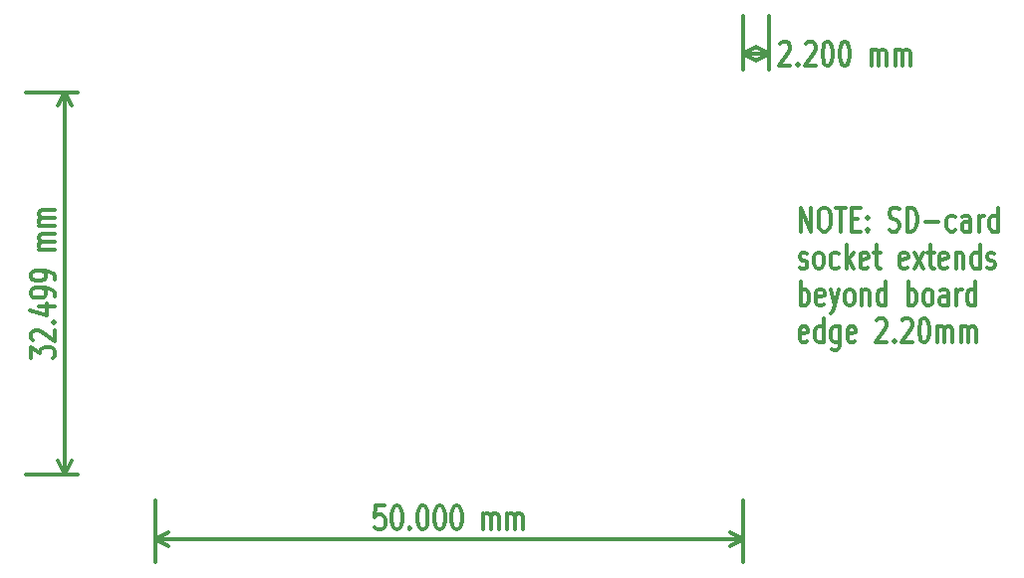
<source format=gbr>
G04 (created by PCBNEW-RS274X (2011-11-27 BZR 3249)-stable) date 15/08/2012 9:50:50 p.m.*
G01*
G70*
G90*
%MOIN*%
G04 Gerber Fmt 3.4, Leading zero omitted, Abs format*
%FSLAX34Y34*%
G04 APERTURE LIST*
%ADD10C,0.006000*%
%ADD11C,0.012000*%
G04 APERTURE END LIST*
G54D10*
G54D11*
X40596Y-18065D02*
X40625Y-18027D01*
X40682Y-17989D01*
X40825Y-17989D01*
X40882Y-18027D01*
X40911Y-18065D01*
X40939Y-18141D01*
X40939Y-18217D01*
X40911Y-18332D01*
X40568Y-18789D01*
X40939Y-18789D01*
X41196Y-18713D02*
X41224Y-18751D01*
X41196Y-18789D01*
X41167Y-18751D01*
X41196Y-18713D01*
X41196Y-18789D01*
X41453Y-18065D02*
X41482Y-18027D01*
X41539Y-17989D01*
X41682Y-17989D01*
X41739Y-18027D01*
X41768Y-18065D01*
X41796Y-18141D01*
X41796Y-18217D01*
X41768Y-18332D01*
X41425Y-18789D01*
X41796Y-18789D01*
X42167Y-17989D02*
X42224Y-17989D01*
X42281Y-18027D01*
X42310Y-18065D01*
X42339Y-18141D01*
X42367Y-18294D01*
X42367Y-18484D01*
X42339Y-18636D01*
X42310Y-18713D01*
X42281Y-18751D01*
X42224Y-18789D01*
X42167Y-18789D01*
X42110Y-18751D01*
X42081Y-18713D01*
X42053Y-18636D01*
X42024Y-18484D01*
X42024Y-18294D01*
X42053Y-18141D01*
X42081Y-18065D01*
X42110Y-18027D01*
X42167Y-17989D01*
X42738Y-17989D02*
X42795Y-17989D01*
X42852Y-18027D01*
X42881Y-18065D01*
X42910Y-18141D01*
X42938Y-18294D01*
X42938Y-18484D01*
X42910Y-18636D01*
X42881Y-18713D01*
X42852Y-18751D01*
X42795Y-18789D01*
X42738Y-18789D01*
X42681Y-18751D01*
X42652Y-18713D01*
X42624Y-18636D01*
X42595Y-18484D01*
X42595Y-18294D01*
X42624Y-18141D01*
X42652Y-18065D01*
X42681Y-18027D01*
X42738Y-17989D01*
X43652Y-18789D02*
X43652Y-18255D01*
X43652Y-18332D02*
X43680Y-18294D01*
X43738Y-18255D01*
X43823Y-18255D01*
X43880Y-18294D01*
X43909Y-18370D01*
X43909Y-18789D01*
X43909Y-18370D02*
X43938Y-18294D01*
X43995Y-18255D01*
X44080Y-18255D01*
X44138Y-18294D01*
X44166Y-18370D01*
X44166Y-18789D01*
X44452Y-18789D02*
X44452Y-18255D01*
X44452Y-18332D02*
X44480Y-18294D01*
X44538Y-18255D01*
X44623Y-18255D01*
X44680Y-18294D01*
X44709Y-18370D01*
X44709Y-18789D01*
X44709Y-18370D02*
X44738Y-18294D01*
X44795Y-18255D01*
X44880Y-18255D01*
X44938Y-18294D01*
X44966Y-18370D01*
X44966Y-18789D01*
X39370Y-18387D02*
X40236Y-18387D01*
X39370Y-18937D02*
X39370Y-17107D01*
X40236Y-18937D02*
X40236Y-17107D01*
X40236Y-18387D02*
X39793Y-18617D01*
X40236Y-18387D02*
X39793Y-18157D01*
X39370Y-18387D02*
X39813Y-18617D01*
X39370Y-18387D02*
X39813Y-18157D01*
X15538Y-28595D02*
X15538Y-28224D01*
X15843Y-28424D01*
X15843Y-28338D01*
X15881Y-28281D01*
X15919Y-28252D01*
X15995Y-28224D01*
X16185Y-28224D01*
X16262Y-28252D01*
X16300Y-28281D01*
X16338Y-28338D01*
X16338Y-28510D01*
X16300Y-28567D01*
X16262Y-28595D01*
X15614Y-27996D02*
X15576Y-27967D01*
X15538Y-27910D01*
X15538Y-27767D01*
X15576Y-27710D01*
X15614Y-27681D01*
X15690Y-27653D01*
X15766Y-27653D01*
X15881Y-27681D01*
X16338Y-28024D01*
X16338Y-27653D01*
X16262Y-27396D02*
X16300Y-27368D01*
X16338Y-27396D01*
X16300Y-27425D01*
X16262Y-27396D01*
X16338Y-27396D01*
X15804Y-26853D02*
X16338Y-26853D01*
X15500Y-26996D02*
X16071Y-27139D01*
X16071Y-26767D01*
X16338Y-26511D02*
X16338Y-26396D01*
X16300Y-26339D01*
X16262Y-26311D01*
X16147Y-26253D01*
X15995Y-26225D01*
X15690Y-26225D01*
X15614Y-26253D01*
X15576Y-26282D01*
X15538Y-26339D01*
X15538Y-26453D01*
X15576Y-26511D01*
X15614Y-26539D01*
X15690Y-26568D01*
X15881Y-26568D01*
X15957Y-26539D01*
X15995Y-26511D01*
X16033Y-26453D01*
X16033Y-26339D01*
X15995Y-26282D01*
X15957Y-26253D01*
X15881Y-26225D01*
X16338Y-25940D02*
X16338Y-25825D01*
X16300Y-25768D01*
X16262Y-25740D01*
X16147Y-25682D01*
X15995Y-25654D01*
X15690Y-25654D01*
X15614Y-25682D01*
X15576Y-25711D01*
X15538Y-25768D01*
X15538Y-25882D01*
X15576Y-25940D01*
X15614Y-25968D01*
X15690Y-25997D01*
X15881Y-25997D01*
X15957Y-25968D01*
X15995Y-25940D01*
X16033Y-25882D01*
X16033Y-25768D01*
X15995Y-25711D01*
X15957Y-25682D01*
X15881Y-25654D01*
X16338Y-24940D02*
X15804Y-24940D01*
X15881Y-24940D02*
X15843Y-24912D01*
X15804Y-24854D01*
X15804Y-24769D01*
X15843Y-24712D01*
X15919Y-24683D01*
X16338Y-24683D01*
X15919Y-24683D02*
X15843Y-24654D01*
X15804Y-24597D01*
X15804Y-24512D01*
X15843Y-24454D01*
X15919Y-24426D01*
X16338Y-24426D01*
X16338Y-24140D02*
X15804Y-24140D01*
X15881Y-24140D02*
X15843Y-24112D01*
X15804Y-24054D01*
X15804Y-23969D01*
X15843Y-23912D01*
X15919Y-23883D01*
X16338Y-23883D01*
X15919Y-23883D02*
X15843Y-23854D01*
X15804Y-23797D01*
X15804Y-23712D01*
X15843Y-23654D01*
X15919Y-23626D01*
X16338Y-23626D01*
X16654Y-32480D02*
X16654Y-19685D01*
X17087Y-32480D02*
X15374Y-32480D01*
X17087Y-19685D02*
X15374Y-19685D01*
X16654Y-19685D02*
X16884Y-20128D01*
X16654Y-19685D02*
X16424Y-20128D01*
X16654Y-32480D02*
X16884Y-32037D01*
X16654Y-32480D02*
X16424Y-32037D01*
X41285Y-24340D02*
X41285Y-23540D01*
X41628Y-24340D01*
X41628Y-23540D01*
X42028Y-23540D02*
X42142Y-23540D01*
X42200Y-23578D01*
X42257Y-23654D01*
X42285Y-23806D01*
X42285Y-24073D01*
X42257Y-24226D01*
X42200Y-24302D01*
X42142Y-24340D01*
X42028Y-24340D01*
X41971Y-24302D01*
X41914Y-24226D01*
X41885Y-24073D01*
X41885Y-23806D01*
X41914Y-23654D01*
X41971Y-23578D01*
X42028Y-23540D01*
X42457Y-23540D02*
X42800Y-23540D01*
X42629Y-24340D02*
X42629Y-23540D01*
X43000Y-23921D02*
X43200Y-23921D01*
X43286Y-24340D02*
X43000Y-24340D01*
X43000Y-23540D01*
X43286Y-23540D01*
X43543Y-24264D02*
X43571Y-24302D01*
X43543Y-24340D01*
X43514Y-24302D01*
X43543Y-24264D01*
X43543Y-24340D01*
X43543Y-23845D02*
X43571Y-23883D01*
X43543Y-23921D01*
X43514Y-23883D01*
X43543Y-23845D01*
X43543Y-23921D01*
X44257Y-24302D02*
X44343Y-24340D01*
X44486Y-24340D01*
X44543Y-24302D01*
X44572Y-24264D01*
X44600Y-24187D01*
X44600Y-24111D01*
X44572Y-24035D01*
X44543Y-23997D01*
X44486Y-23959D01*
X44372Y-23921D01*
X44314Y-23883D01*
X44286Y-23845D01*
X44257Y-23768D01*
X44257Y-23692D01*
X44286Y-23616D01*
X44314Y-23578D01*
X44372Y-23540D01*
X44514Y-23540D01*
X44600Y-23578D01*
X44857Y-24340D02*
X44857Y-23540D01*
X45000Y-23540D01*
X45085Y-23578D01*
X45143Y-23654D01*
X45171Y-23730D01*
X45200Y-23883D01*
X45200Y-23997D01*
X45171Y-24149D01*
X45143Y-24226D01*
X45085Y-24302D01*
X45000Y-24340D01*
X44857Y-24340D01*
X45457Y-24035D02*
X45914Y-24035D01*
X46457Y-24302D02*
X46400Y-24340D01*
X46286Y-24340D01*
X46228Y-24302D01*
X46200Y-24264D01*
X46171Y-24187D01*
X46171Y-23959D01*
X46200Y-23883D01*
X46228Y-23845D01*
X46286Y-23806D01*
X46400Y-23806D01*
X46457Y-23845D01*
X46971Y-24340D02*
X46971Y-23921D01*
X46942Y-23845D01*
X46885Y-23806D01*
X46771Y-23806D01*
X46714Y-23845D01*
X46971Y-24302D02*
X46914Y-24340D01*
X46771Y-24340D01*
X46714Y-24302D01*
X46685Y-24226D01*
X46685Y-24149D01*
X46714Y-24073D01*
X46771Y-24035D01*
X46914Y-24035D01*
X46971Y-23997D01*
X47257Y-24340D02*
X47257Y-23806D01*
X47257Y-23959D02*
X47285Y-23883D01*
X47314Y-23845D01*
X47371Y-23806D01*
X47428Y-23806D01*
X47885Y-24340D02*
X47885Y-23540D01*
X47885Y-24302D02*
X47828Y-24340D01*
X47714Y-24340D01*
X47656Y-24302D01*
X47628Y-24264D01*
X47599Y-24187D01*
X47599Y-23959D01*
X47628Y-23883D01*
X47656Y-23845D01*
X47714Y-23806D01*
X47828Y-23806D01*
X47885Y-23845D01*
X41256Y-25542D02*
X41313Y-25580D01*
X41428Y-25580D01*
X41485Y-25542D01*
X41513Y-25466D01*
X41513Y-25427D01*
X41485Y-25351D01*
X41428Y-25313D01*
X41342Y-25313D01*
X41285Y-25275D01*
X41256Y-25199D01*
X41256Y-25161D01*
X41285Y-25085D01*
X41342Y-25046D01*
X41428Y-25046D01*
X41485Y-25085D01*
X41857Y-25580D02*
X41799Y-25542D01*
X41771Y-25504D01*
X41742Y-25427D01*
X41742Y-25199D01*
X41771Y-25123D01*
X41799Y-25085D01*
X41857Y-25046D01*
X41942Y-25046D01*
X41999Y-25085D01*
X42028Y-25123D01*
X42057Y-25199D01*
X42057Y-25427D01*
X42028Y-25504D01*
X41999Y-25542D01*
X41942Y-25580D01*
X41857Y-25580D01*
X42571Y-25542D02*
X42514Y-25580D01*
X42400Y-25580D01*
X42342Y-25542D01*
X42314Y-25504D01*
X42285Y-25427D01*
X42285Y-25199D01*
X42314Y-25123D01*
X42342Y-25085D01*
X42400Y-25046D01*
X42514Y-25046D01*
X42571Y-25085D01*
X42828Y-25580D02*
X42828Y-24780D01*
X42885Y-25275D02*
X43056Y-25580D01*
X43056Y-25046D02*
X42828Y-25351D01*
X43542Y-25542D02*
X43485Y-25580D01*
X43371Y-25580D01*
X43314Y-25542D01*
X43285Y-25466D01*
X43285Y-25161D01*
X43314Y-25085D01*
X43371Y-25046D01*
X43485Y-25046D01*
X43542Y-25085D01*
X43571Y-25161D01*
X43571Y-25237D01*
X43285Y-25313D01*
X43742Y-25046D02*
X43971Y-25046D01*
X43828Y-24780D02*
X43828Y-25466D01*
X43856Y-25542D01*
X43914Y-25580D01*
X43971Y-25580D01*
X44856Y-25542D02*
X44799Y-25580D01*
X44685Y-25580D01*
X44628Y-25542D01*
X44599Y-25466D01*
X44599Y-25161D01*
X44628Y-25085D01*
X44685Y-25046D01*
X44799Y-25046D01*
X44856Y-25085D01*
X44885Y-25161D01*
X44885Y-25237D01*
X44599Y-25313D01*
X45085Y-25580D02*
X45399Y-25046D01*
X45085Y-25046D02*
X45399Y-25580D01*
X45542Y-25046D02*
X45771Y-25046D01*
X45628Y-24780D02*
X45628Y-25466D01*
X45656Y-25542D01*
X45714Y-25580D01*
X45771Y-25580D01*
X46199Y-25542D02*
X46142Y-25580D01*
X46028Y-25580D01*
X45971Y-25542D01*
X45942Y-25466D01*
X45942Y-25161D01*
X45971Y-25085D01*
X46028Y-25046D01*
X46142Y-25046D01*
X46199Y-25085D01*
X46228Y-25161D01*
X46228Y-25237D01*
X45942Y-25313D01*
X46485Y-25046D02*
X46485Y-25580D01*
X46485Y-25123D02*
X46513Y-25085D01*
X46571Y-25046D01*
X46656Y-25046D01*
X46713Y-25085D01*
X46742Y-25161D01*
X46742Y-25580D01*
X47285Y-25580D02*
X47285Y-24780D01*
X47285Y-25542D02*
X47228Y-25580D01*
X47114Y-25580D01*
X47056Y-25542D01*
X47028Y-25504D01*
X46999Y-25427D01*
X46999Y-25199D01*
X47028Y-25123D01*
X47056Y-25085D01*
X47114Y-25046D01*
X47228Y-25046D01*
X47285Y-25085D01*
X47542Y-25542D02*
X47599Y-25580D01*
X47714Y-25580D01*
X47771Y-25542D01*
X47799Y-25466D01*
X47799Y-25427D01*
X47771Y-25351D01*
X47714Y-25313D01*
X47628Y-25313D01*
X47571Y-25275D01*
X47542Y-25199D01*
X47542Y-25161D01*
X47571Y-25085D01*
X47628Y-25046D01*
X47714Y-25046D01*
X47771Y-25085D01*
X41285Y-26820D02*
X41285Y-26020D01*
X41285Y-26325D02*
X41342Y-26286D01*
X41456Y-26286D01*
X41513Y-26325D01*
X41542Y-26363D01*
X41571Y-26439D01*
X41571Y-26667D01*
X41542Y-26744D01*
X41513Y-26782D01*
X41456Y-26820D01*
X41342Y-26820D01*
X41285Y-26782D01*
X42056Y-26782D02*
X41999Y-26820D01*
X41885Y-26820D01*
X41828Y-26782D01*
X41799Y-26706D01*
X41799Y-26401D01*
X41828Y-26325D01*
X41885Y-26286D01*
X41999Y-26286D01*
X42056Y-26325D01*
X42085Y-26401D01*
X42085Y-26477D01*
X41799Y-26553D01*
X42285Y-26286D02*
X42428Y-26820D01*
X42570Y-26286D02*
X42428Y-26820D01*
X42370Y-27010D01*
X42342Y-27048D01*
X42285Y-27086D01*
X42885Y-26820D02*
X42827Y-26782D01*
X42799Y-26744D01*
X42770Y-26667D01*
X42770Y-26439D01*
X42799Y-26363D01*
X42827Y-26325D01*
X42885Y-26286D01*
X42970Y-26286D01*
X43027Y-26325D01*
X43056Y-26363D01*
X43085Y-26439D01*
X43085Y-26667D01*
X43056Y-26744D01*
X43027Y-26782D01*
X42970Y-26820D01*
X42885Y-26820D01*
X43342Y-26286D02*
X43342Y-26820D01*
X43342Y-26363D02*
X43370Y-26325D01*
X43428Y-26286D01*
X43513Y-26286D01*
X43570Y-26325D01*
X43599Y-26401D01*
X43599Y-26820D01*
X44142Y-26820D02*
X44142Y-26020D01*
X44142Y-26782D02*
X44085Y-26820D01*
X43971Y-26820D01*
X43913Y-26782D01*
X43885Y-26744D01*
X43856Y-26667D01*
X43856Y-26439D01*
X43885Y-26363D01*
X43913Y-26325D01*
X43971Y-26286D01*
X44085Y-26286D01*
X44142Y-26325D01*
X44885Y-26820D02*
X44885Y-26020D01*
X44885Y-26325D02*
X44942Y-26286D01*
X45056Y-26286D01*
X45113Y-26325D01*
X45142Y-26363D01*
X45171Y-26439D01*
X45171Y-26667D01*
X45142Y-26744D01*
X45113Y-26782D01*
X45056Y-26820D01*
X44942Y-26820D01*
X44885Y-26782D01*
X45514Y-26820D02*
X45456Y-26782D01*
X45428Y-26744D01*
X45399Y-26667D01*
X45399Y-26439D01*
X45428Y-26363D01*
X45456Y-26325D01*
X45514Y-26286D01*
X45599Y-26286D01*
X45656Y-26325D01*
X45685Y-26363D01*
X45714Y-26439D01*
X45714Y-26667D01*
X45685Y-26744D01*
X45656Y-26782D01*
X45599Y-26820D01*
X45514Y-26820D01*
X46228Y-26820D02*
X46228Y-26401D01*
X46199Y-26325D01*
X46142Y-26286D01*
X46028Y-26286D01*
X45971Y-26325D01*
X46228Y-26782D02*
X46171Y-26820D01*
X46028Y-26820D01*
X45971Y-26782D01*
X45942Y-26706D01*
X45942Y-26629D01*
X45971Y-26553D01*
X46028Y-26515D01*
X46171Y-26515D01*
X46228Y-26477D01*
X46514Y-26820D02*
X46514Y-26286D01*
X46514Y-26439D02*
X46542Y-26363D01*
X46571Y-26325D01*
X46628Y-26286D01*
X46685Y-26286D01*
X47142Y-26820D02*
X47142Y-26020D01*
X47142Y-26782D02*
X47085Y-26820D01*
X46971Y-26820D01*
X46913Y-26782D01*
X46885Y-26744D01*
X46856Y-26667D01*
X46856Y-26439D01*
X46885Y-26363D01*
X46913Y-26325D01*
X46971Y-26286D01*
X47085Y-26286D01*
X47142Y-26325D01*
X41513Y-28022D02*
X41456Y-28060D01*
X41342Y-28060D01*
X41285Y-28022D01*
X41256Y-27946D01*
X41256Y-27641D01*
X41285Y-27565D01*
X41342Y-27526D01*
X41456Y-27526D01*
X41513Y-27565D01*
X41542Y-27641D01*
X41542Y-27717D01*
X41256Y-27793D01*
X42056Y-28060D02*
X42056Y-27260D01*
X42056Y-28022D02*
X41999Y-28060D01*
X41885Y-28060D01*
X41827Y-28022D01*
X41799Y-27984D01*
X41770Y-27907D01*
X41770Y-27679D01*
X41799Y-27603D01*
X41827Y-27565D01*
X41885Y-27526D01*
X41999Y-27526D01*
X42056Y-27565D01*
X42599Y-27526D02*
X42599Y-28174D01*
X42570Y-28250D01*
X42542Y-28288D01*
X42485Y-28326D01*
X42399Y-28326D01*
X42342Y-28288D01*
X42599Y-28022D02*
X42542Y-28060D01*
X42428Y-28060D01*
X42370Y-28022D01*
X42342Y-27984D01*
X42313Y-27907D01*
X42313Y-27679D01*
X42342Y-27603D01*
X42370Y-27565D01*
X42428Y-27526D01*
X42542Y-27526D01*
X42599Y-27565D01*
X43113Y-28022D02*
X43056Y-28060D01*
X42942Y-28060D01*
X42885Y-28022D01*
X42856Y-27946D01*
X42856Y-27641D01*
X42885Y-27565D01*
X42942Y-27526D01*
X43056Y-27526D01*
X43113Y-27565D01*
X43142Y-27641D01*
X43142Y-27717D01*
X42856Y-27793D01*
X43827Y-27336D02*
X43856Y-27298D01*
X43913Y-27260D01*
X44056Y-27260D01*
X44113Y-27298D01*
X44142Y-27336D01*
X44170Y-27412D01*
X44170Y-27488D01*
X44142Y-27603D01*
X43799Y-28060D01*
X44170Y-28060D01*
X44427Y-27984D02*
X44455Y-28022D01*
X44427Y-28060D01*
X44398Y-28022D01*
X44427Y-27984D01*
X44427Y-28060D01*
X44684Y-27336D02*
X44713Y-27298D01*
X44770Y-27260D01*
X44913Y-27260D01*
X44970Y-27298D01*
X44999Y-27336D01*
X45027Y-27412D01*
X45027Y-27488D01*
X44999Y-27603D01*
X44656Y-28060D01*
X45027Y-28060D01*
X45398Y-27260D02*
X45455Y-27260D01*
X45512Y-27298D01*
X45541Y-27336D01*
X45570Y-27412D01*
X45598Y-27565D01*
X45598Y-27755D01*
X45570Y-27907D01*
X45541Y-27984D01*
X45512Y-28022D01*
X45455Y-28060D01*
X45398Y-28060D01*
X45341Y-28022D01*
X45312Y-27984D01*
X45284Y-27907D01*
X45255Y-27755D01*
X45255Y-27565D01*
X45284Y-27412D01*
X45312Y-27336D01*
X45341Y-27298D01*
X45398Y-27260D01*
X45855Y-28060D02*
X45855Y-27526D01*
X45855Y-27603D02*
X45883Y-27565D01*
X45941Y-27526D01*
X46026Y-27526D01*
X46083Y-27565D01*
X46112Y-27641D01*
X46112Y-28060D01*
X46112Y-27641D02*
X46141Y-27565D01*
X46198Y-27526D01*
X46283Y-27526D01*
X46341Y-27565D01*
X46369Y-27641D01*
X46369Y-28060D01*
X46655Y-28060D02*
X46655Y-27526D01*
X46655Y-27603D02*
X46683Y-27565D01*
X46741Y-27526D01*
X46826Y-27526D01*
X46883Y-27565D01*
X46912Y-27641D01*
X46912Y-28060D01*
X46912Y-27641D02*
X46941Y-27565D01*
X46998Y-27526D01*
X47083Y-27526D01*
X47141Y-27565D01*
X47169Y-27641D01*
X47169Y-28060D01*
X27357Y-33531D02*
X27071Y-33531D01*
X27042Y-33912D01*
X27071Y-33874D01*
X27128Y-33836D01*
X27271Y-33836D01*
X27328Y-33874D01*
X27357Y-33912D01*
X27385Y-33988D01*
X27385Y-34178D01*
X27357Y-34255D01*
X27328Y-34293D01*
X27271Y-34331D01*
X27128Y-34331D01*
X27071Y-34293D01*
X27042Y-34255D01*
X27756Y-33531D02*
X27813Y-33531D01*
X27870Y-33569D01*
X27899Y-33607D01*
X27928Y-33683D01*
X27956Y-33836D01*
X27956Y-34026D01*
X27928Y-34178D01*
X27899Y-34255D01*
X27870Y-34293D01*
X27813Y-34331D01*
X27756Y-34331D01*
X27699Y-34293D01*
X27670Y-34255D01*
X27642Y-34178D01*
X27613Y-34026D01*
X27613Y-33836D01*
X27642Y-33683D01*
X27670Y-33607D01*
X27699Y-33569D01*
X27756Y-33531D01*
X28213Y-34255D02*
X28241Y-34293D01*
X28213Y-34331D01*
X28184Y-34293D01*
X28213Y-34255D01*
X28213Y-34331D01*
X28613Y-33531D02*
X28670Y-33531D01*
X28727Y-33569D01*
X28756Y-33607D01*
X28785Y-33683D01*
X28813Y-33836D01*
X28813Y-34026D01*
X28785Y-34178D01*
X28756Y-34255D01*
X28727Y-34293D01*
X28670Y-34331D01*
X28613Y-34331D01*
X28556Y-34293D01*
X28527Y-34255D01*
X28499Y-34178D01*
X28470Y-34026D01*
X28470Y-33836D01*
X28499Y-33683D01*
X28527Y-33607D01*
X28556Y-33569D01*
X28613Y-33531D01*
X29184Y-33531D02*
X29241Y-33531D01*
X29298Y-33569D01*
X29327Y-33607D01*
X29356Y-33683D01*
X29384Y-33836D01*
X29384Y-34026D01*
X29356Y-34178D01*
X29327Y-34255D01*
X29298Y-34293D01*
X29241Y-34331D01*
X29184Y-34331D01*
X29127Y-34293D01*
X29098Y-34255D01*
X29070Y-34178D01*
X29041Y-34026D01*
X29041Y-33836D01*
X29070Y-33683D01*
X29098Y-33607D01*
X29127Y-33569D01*
X29184Y-33531D01*
X29755Y-33531D02*
X29812Y-33531D01*
X29869Y-33569D01*
X29898Y-33607D01*
X29927Y-33683D01*
X29955Y-33836D01*
X29955Y-34026D01*
X29927Y-34178D01*
X29898Y-34255D01*
X29869Y-34293D01*
X29812Y-34331D01*
X29755Y-34331D01*
X29698Y-34293D01*
X29669Y-34255D01*
X29641Y-34178D01*
X29612Y-34026D01*
X29612Y-33836D01*
X29641Y-33683D01*
X29669Y-33607D01*
X29698Y-33569D01*
X29755Y-33531D01*
X30669Y-34331D02*
X30669Y-33797D01*
X30669Y-33874D02*
X30697Y-33836D01*
X30755Y-33797D01*
X30840Y-33797D01*
X30897Y-33836D01*
X30926Y-33912D01*
X30926Y-34331D01*
X30926Y-33912D02*
X30955Y-33836D01*
X31012Y-33797D01*
X31097Y-33797D01*
X31155Y-33836D01*
X31183Y-33912D01*
X31183Y-34331D01*
X31469Y-34331D02*
X31469Y-33797D01*
X31469Y-33874D02*
X31497Y-33836D01*
X31555Y-33797D01*
X31640Y-33797D01*
X31697Y-33836D01*
X31726Y-33912D01*
X31726Y-34331D01*
X31726Y-33912D02*
X31755Y-33836D01*
X31812Y-33797D01*
X31897Y-33797D01*
X31955Y-33836D01*
X31983Y-33912D01*
X31983Y-34331D01*
X19685Y-34647D02*
X39370Y-34647D01*
X19685Y-35433D02*
X19685Y-33367D01*
X39370Y-35433D02*
X39370Y-33367D01*
X39370Y-34647D02*
X38927Y-34877D01*
X39370Y-34647D02*
X38927Y-34417D01*
X19685Y-34647D02*
X20128Y-34877D01*
X19685Y-34647D02*
X20128Y-34417D01*
M02*

</source>
